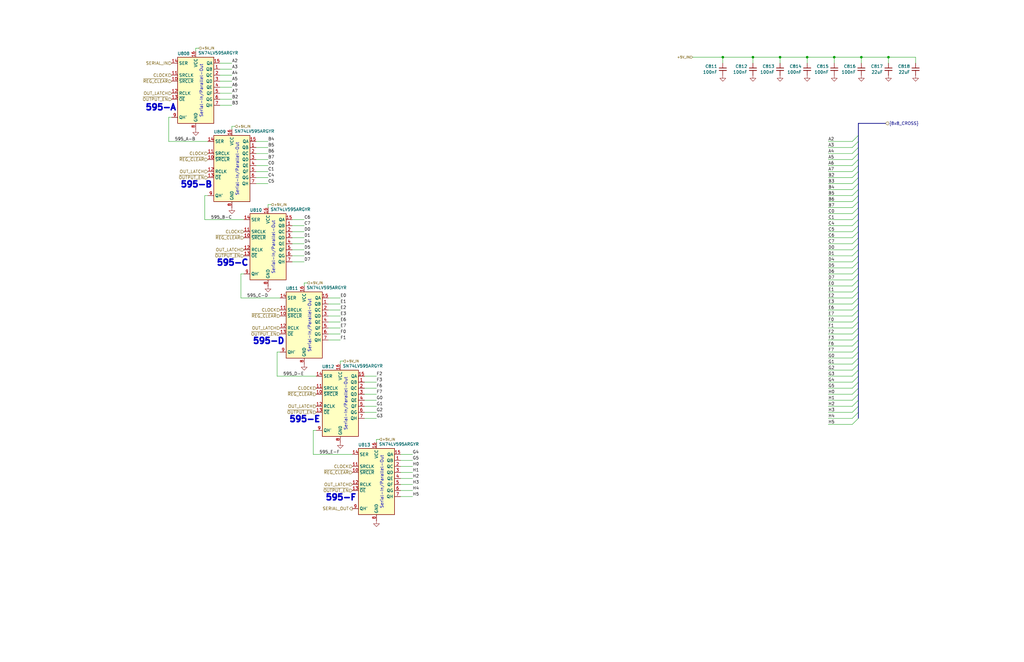
<source format=kicad_sch>
(kicad_sch (version 20250114) (generator "eeschema") (generator_version "9.0")
  (paper "B")
  (lib_symbols
    (symbol "74HC595_1"
      (property "Reference" "U110" (at -1.27 16.51 0))
      (property "Value" "SN74LV595ARGYR" (at -1.27 14.0857 0))
      (symbol "74HC595_1_1_0"
        (pin input line (at -10.16 10.16 0) (length 2.54) (name "SER") (number "14"))
        (pin input line (at -10.16 5.08 0) (length 2.54) (name "SRCLK") (number "11"))
        (pin input line (at -10.16 2.54 0) (length 2.54) (name "~{SRCLR}") (number "10"))
        (pin input line (at -10.16 -2.54 0) (length 2.54) (name "RCLK") (number "12"))
        (pin input line (at -10.16 -5.08 0) (length 2.54) (name "~{OE}") (number "13"))
        (pin output line (at -10.16 -12.7 0) (length 2.54) (name "QH'") (number "9"))
        (pin power_in line (at 0 15.24 270) (length 2.54) (name "VCC") (number "16"))
        (pin power_in line (at 0 -17.78 90) (length 2.54) (name "GND") (number "8"))
        (pin tri_state line (at 10.16 10.16 180) (length 2.54) (name "QA") (number "15"))
        (pin tri_state line (at 10.16 7.62 180) (length 2.54) (name "QB") (number "1"))
        (pin tri_state line (at 10.16 5.08 180) (length 2.54) (name "QC") (number "2"))
        (pin tri_state line (at 10.16 2.54 180) (length 2.54) (name "QD") (number "3"))
        (pin tri_state line (at 10.16 0 180) (length 2.54) (name "QE") (number "4"))
        (pin tri_state line (at 10.16 -2.54 180) (length 2.54) (name "QF") (number "5"))
        (pin tri_state line (at 10.16 -5.08 180) (length 2.54) (name "QG") (number "6"))
        (pin tri_state line (at 10.16 -7.62 180) (length 2.54) (name "QH") (number "7"))
      )
      (symbol "74HC595_1_1_1"
        (rectangle (start -7.62 12.7) (end 7.62 -15.24) (stroke (width 0.254)) (fill (type background)))
      )
    )
    (symbol "Device:C_Small" (pin_numbers (hide yes)) (pin_names (offset 0.254) (hide yes))
      (property "Reference" "C" (at 0.254 1.778 0))
      (property "Value" "C_Small" (at 0.254 -2.032 0))
      (symbol "C_Small_0_1"
        (polyline (pts (xy -1.524 0.508) (xy 1.524 0.508)) (stroke (width 0.3048)))
        (polyline (pts (xy -1.524 -0.508) (xy 1.524 -0.508)) (stroke (width 0.3302)))
      )
      (symbol "C_Small_1_1"
        (pin passive line (at 0 2.54 270) (length 2.032) (name "~") (number "1"))
        (pin passive line (at 0 -2.54 90) (length 2.032) (name "~") (number "2"))
      )
    )
    (symbol "power:GND" (power) (pin_numbers (hide yes)) (pin_names (offset 0) (hide yes))
      (property "Value" "GND" (at 0 -3.81 0))
      (symbol "GND_0_1"
        (polyline (pts (xy 0 0) (xy 0 -1.27) (xy 1.27 -1.27) (xy 0 -2.54) (xy -1.27 -1.27) (xy 0 -1.27)))
      )
      (symbol "GND_1_1"
        (pin power_in line (at 0 0 270) (length 0) (name "~") (number "1"))
      )
    )
  )
  (text "Serial-In/Parallel-Out" (at 84.9383 38.354 90) (effects (font (size 1.27 1.27))))
  (text "Serial-In/Parallel-Out" (at 161.036 203.454 90) (effects (font (size 1.27 1.27))))
  (text "595-F" (at 143.764 210.058 0) (effects (font (size 2.54 2.54) (thickness 1.016) (bold yes))))
  (text "Serial-In/Parallel-Out" (at 115.316 104.394 90) (effects (font (size 1.27 1.27))))
  (text "595-B" (at 82.804 77.978 0) (effects (font (size 2.54 2.54) (thickness 1.016) (bold yes))))
  (text "595-C" (at 98.044 110.998 0) (effects (font (size 2.54 2.54) (thickness 1.016) (bold yes))))
  (text "Serial-In/Parallel-Out" (at 130.556 137.414 90) (effects (font (size 1.27 1.27))))
  (text "595-D" (at 113.284 144.018 0) (effects (font (size 2.54 2.54) (thickness 1.016) (bold yes))))
  (text "595-A" (at 67.818 45.466 0) (effects (font (size 2.54 2.54) (thickness 1.016) (bold yes))))
  (text "595-E" (at 128.524 177.038 0) (effects (font (size 2.54 2.54) (thickness 1.016) (bold yes))))
  (text "Serial-In/Parallel-Out" (at 145.796 170.434 90) (effects (font (size 1.27 1.27))))
  (text "Serial-In/Parallel-Out" (at 100.076 71.374 90) (effects (font (size 1.27 1.27))))
  (junction (at 363.22 24.13))
  (junction (at 374.65 24.13))
  (junction (at 304.8 24.13))
  (junction (at 351.79 24.13))
  (junction (at 328.93 24.13))
  (junction (at 340.36 24.13))
  (junction (at 317.5 24.13))
  (bus_entry (at 361.95 90.17) (size -2.54 2.54))
  (bus_entry (at 361.95 143.51) (size -2.54 2.54))
  (bus_entry (at 361.95 80.01) (size -2.54 2.54))
  (bus_entry (at 361.95 146.05) (size -2.54 2.54))
  (bus_entry (at 361.95 163.83) (size -2.54 2.54))
  (bus_entry (at 361.95 161.29) (size -2.54 2.54))
  (bus_entry (at 361.95 138.43) (size -2.54 2.54))
  (bus_entry (at 361.95 166.37) (size -2.54 2.54))
  (bus_entry (at 361.95 95.25) (size -2.54 2.54))
  (bus_entry (at 361.95 69.85) (size -2.54 2.54))
  (bus_entry (at 361.95 59.69) (size -2.54 2.54))
  (bus_entry (at 361.95 133.35) (size -2.54 2.54))
  (bus_entry (at 361.95 113.03) (size -2.54 2.54))
  (bus_entry (at 361.95 72.39) (size -2.54 2.54))
  (bus_entry (at 361.95 168.91) (size -2.54 2.54))
  (bus_entry (at 361.95 120.65) (size -2.54 2.54))
  (bus_entry (at 361.95 77.47) (size -2.54 2.54))
  (bus_entry (at 361.95 176.53) (size -2.54 2.54))
  (bus_entry (at 361.95 123.19) (size -2.54 2.54))
  (bus_entry (at 361.95 130.81) (size -2.54 2.54))
  (bus_entry (at 361.95 97.79) (size -2.54 2.54))
  (bus_entry (at 361.95 148.59) (size -2.54 2.54))
  (bus_entry (at 361.95 74.93) (size -2.54 2.54))
  (bus_entry (at 361.95 158.75) (size -2.54 2.54))
  (bus_entry (at 361.95 115.57) (size -2.54 2.54))
  (bus_entry (at 361.95 87.63) (size -2.54 2.54))
  (bus_entry (at 361.95 135.89) (size -2.54 2.54))
  (bus_entry (at 361.95 92.71) (size -2.54 2.54))
  (bus_entry (at 361.95 57.15) (size -2.54 2.54))
  (bus_entry (at 361.95 110.49) (size -2.54 2.54))
  (bus_entry (at 361.95 100.33) (size -2.54 2.54))
  (bus_entry (at 361.95 156.21) (size -2.54 2.54))
  (bus_entry (at 361.95 125.73) (size -2.54 2.54))
  (bus_entry (at 361.95 102.87) (size -2.54 2.54))
  (bus_entry (at 361.95 128.27) (size -2.54 2.54))
  (bus_entry (at 361.95 82.55) (size -2.54 2.54))
  (bus_entry (at 361.95 118.11) (size -2.54 2.54))
  (bus_entry (at 361.95 107.95) (size -2.54 2.54))
  (bus_entry (at 361.95 153.67) (size -2.54 2.54))
  (bus_entry (at 361.95 85.09) (size -2.54 2.54))
  (bus_entry (at 361.95 62.23) (size -2.54 2.54))
  (bus_entry (at 361.95 105.41) (size -2.54 2.54))
  (bus_entry (at 361.95 64.77) (size -2.54 2.54))
  (bus_entry (at 361.95 151.13) (size -2.54 2.54))
  (bus_entry (at 361.95 67.31) (size -2.54 2.54))
  (bus_entry (at 361.95 171.45) (size -2.54 2.54))
  (bus_entry (at 361.95 173.99) (size -2.54 2.54))
  (bus_entry (at 361.95 140.97) (size -2.54 2.54))
  (bus (pts (xy 361.95 158.75) (xy 361.95 161.29)))
  (wire (pts (xy 82.55 20.32) (xy 82.55 21.59)))
  (bus (pts (xy 361.95 74.93) (xy 361.95 77.47)))
  (wire (pts (xy 349.25 148.59) (xy 359.41 148.59)))
  (wire (pts (xy 113.03 86.36) (xy 113.03 87.63)))
  (wire (pts (xy 143.51 143.51) (xy 138.43 143.51)))
  (wire (pts (xy 349.25 105.41) (xy 359.41 105.41)))
  (wire (pts (xy 113.03 59.69) (xy 107.95 59.69)))
  (wire (pts (xy 128.27 110.49) (xy 123.19 110.49)))
  (wire (pts (xy 128.27 95.25) (xy 123.19 95.25)))
  (wire (pts (xy 349.25 80.01) (xy 359.41 80.01)))
  (bus (pts (xy 361.95 64.77) (xy 361.95 67.31)))
  (bus (pts (xy 361.95 140.97) (xy 361.95 143.51)))
  (wire (pts (xy 349.25 69.85) (xy 359.41 69.85)))
  (wire (pts (xy 349.25 146.05) (xy 359.41 146.05)))
  (wire (pts (xy 143.51 125.73) (xy 138.43 125.73)))
  (wire (pts (xy 349.25 92.71) (xy 359.41 92.71)))
  (wire (pts (xy 349.25 85.09) (xy 359.41 85.09)))
  (wire (pts (xy 143.51 135.89) (xy 138.43 135.89)))
  (wire (pts (xy 349.25 128.27) (xy 359.41 128.27)))
  (wire (pts (xy 349.25 62.23) (xy 359.41 62.23)))
  (wire (pts (xy 304.8 24.13) (xy 317.5 24.13)))
  (wire (pts (xy 97.79 36.83) (xy 92.71 36.83)))
  (wire (pts (xy 349.25 130.81) (xy 359.41 130.81)))
  (wire (pts (xy 340.36 26.67) (xy 340.36 24.13)))
  (wire (pts (xy 328.93 24.13) (xy 340.36 24.13)))
  (wire (pts (xy 349.25 77.47) (xy 359.41 77.47)))
  (wire (pts (xy 114.3 86.36) (xy 113.03 86.36)))
  (bus (pts (xy 361.95 115.57) (xy 361.95 118.11)))
  (wire (pts (xy 97.79 44.45) (xy 92.71 44.45)))
  (bus (pts (xy 361.95 90.17) (xy 361.95 92.71)))
  (wire (pts (xy 128.27 105.41) (xy 123.19 105.41)))
  (wire (pts (xy 317.5 24.13) (xy 317.5 26.67)))
  (wire (pts (xy 349.25 95.25) (xy 359.41 95.25)))
  (bus (pts (xy 361.95 102.87) (xy 361.95 105.41)))
  (bus (pts (xy 361.95 69.85) (xy 361.95 72.39)))
  (wire (pts (xy 349.25 176.53) (xy 359.41 176.53)))
  (bus (pts (xy 361.95 95.25) (xy 361.95 97.79)))
  (wire (pts (xy 144.78 152.4) (xy 143.51 152.4)))
  (wire (pts (xy 82.55 20.32) (xy 83.82 20.32)))
  (wire (pts (xy 101.6 115.57) (xy 102.87 115.57)))
  (wire (pts (xy 158.75 168.91) (xy 153.67 168.91)))
  (bus (pts (xy 361.95 59.69) (xy 361.95 62.23)))
  (wire (pts (xy 349.25 143.51) (xy 359.41 143.51)))
  (wire (pts (xy 349.25 158.75) (xy 359.41 158.75)))
  (wire (pts (xy 173.99 209.55) (xy 168.91 209.55)))
  (bus (pts (xy 361.95 163.83) (xy 361.95 166.37)))
  (wire (pts (xy 349.25 135.89) (xy 359.41 135.89)))
  (wire (pts (xy 158.75 171.45) (xy 153.67 171.45)))
  (wire (pts (xy 349.25 100.33) (xy 359.41 100.33)))
  (bus (pts (xy 361.95 133.35) (xy 361.95 135.89)))
  (wire (pts (xy 173.99 207.01) (xy 168.91 207.01)))
  (bus (pts (xy 361.95 67.31) (xy 361.95 69.85)))
  (wire (pts (xy 351.79 24.13) (xy 351.79 26.67)))
  (wire (pts (xy 113.03 67.31) (xy 107.95 67.31)))
  (wire (pts (xy 363.22 24.13) (xy 363.22 26.67)))
  (wire (pts (xy 128.27 119.38) (xy 128.27 120.65)))
  (wire (pts (xy 97.79 31.75) (xy 92.71 31.75)))
  (bus (pts (xy 361.95 123.19) (xy 361.95 125.73)))
  (wire (pts (xy 173.99 194.31) (xy 168.91 194.31)))
  (wire (pts (xy 116.84 148.59) (xy 118.11 148.59)))
  (bus (pts (xy 361.95 153.67) (xy 361.95 156.21)))
  (bus (pts (xy 361.95 171.45) (xy 361.95 173.99)))
  (wire (pts (xy 349.25 118.11) (xy 359.41 118.11)))
  (wire (pts (xy 349.25 161.29) (xy 359.41 161.29)))
  (wire (pts (xy 349.25 163.83) (xy 359.41 163.83)))
  (wire (pts (xy 158.75 163.83) (xy 153.67 163.83)))
  (wire (pts (xy 363.22 24.13) (xy 374.65 24.13)))
  (wire (pts (xy 118.11 125.73) (xy 101.6 125.73)))
  (wire (pts (xy 133.35 158.75) (xy 116.84 158.75)))
  (wire (pts (xy 349.25 173.99) (xy 359.41 173.99)))
  (wire (pts (xy 132.08 181.61) (xy 133.35 181.61)))
  (wire (pts (xy 116.84 158.75) (xy 116.84 148.59)))
  (wire (pts (xy 374.65 24.13) (xy 374.65 26.67)))
  (bus (pts (xy 361.95 52.07) (xy 373.38 52.07)))
  (bus (pts (xy 361.95 62.23) (xy 361.95 64.77)))
  (wire (pts (xy 113.03 69.85) (xy 107.95 69.85)))
  (wire (pts (xy 113.03 72.39) (xy 107.95 72.39)))
  (wire (pts (xy 349.25 59.69) (xy 359.41 59.69)))
  (bus (pts (xy 361.95 143.51) (xy 361.95 146.05)))
  (wire (pts (xy 340.36 24.13) (xy 351.79 24.13)))
  (wire (pts (xy 349.25 120.65) (xy 359.41 120.65)))
  (wire (pts (xy 158.75 161.29) (xy 153.67 161.29)))
  (bus (pts (xy 361.95 138.43) (xy 361.95 140.97)))
  (wire (pts (xy 328.93 24.13) (xy 328.93 26.67)))
  (wire (pts (xy 97.79 26.67) (xy 92.71 26.67)))
  (bus (pts (xy 361.95 57.15) (xy 361.95 59.69)))
  (bus (pts (xy 361.95 146.05) (xy 361.95 148.59)))
  (wire (pts (xy 143.51 140.97) (xy 138.43 140.97)))
  (wire (pts (xy 143.51 138.43) (xy 138.43 138.43)))
  (wire (pts (xy 143.51 133.35) (xy 138.43 133.35)))
  (bus (pts (xy 361.95 173.99) (xy 361.95 176.53)))
  (wire (pts (xy 349.25 140.97) (xy 359.41 140.97)))
  (wire (pts (xy 128.27 97.79) (xy 123.19 97.79)))
  (wire (pts (xy 128.27 92.71) (xy 123.19 92.71)))
  (wire (pts (xy 351.79 24.13) (xy 363.22 24.13)))
  (wire (pts (xy 349.25 133.35) (xy 359.41 133.35)))
  (wire (pts (xy 143.51 128.27) (xy 138.43 128.27)))
  (bus (pts (xy 361.95 125.73) (xy 361.95 128.27)))
  (wire (pts (xy 349.25 90.17) (xy 359.41 90.17)))
  (wire (pts (xy 349.25 97.79) (xy 359.41 97.79)))
  (wire (pts (xy 101.6 125.73) (xy 101.6 115.57)))
  (wire (pts (xy 128.27 102.87) (xy 123.19 102.87)))
  (wire (pts (xy 317.5 24.13) (xy 328.93 24.13)))
  (wire (pts (xy 173.99 191.77) (xy 168.91 191.77)))
  (wire (pts (xy 158.75 158.75) (xy 153.67 158.75)))
  (wire (pts (xy 87.63 59.69) (xy 71.12 59.69)))
  (bus (pts (xy 361.95 105.41) (xy 361.95 107.95)))
  (wire (pts (xy 349.25 151.13) (xy 359.41 151.13)))
  (bus (pts (xy 361.95 118.11) (xy 361.95 120.65)))
  (wire (pts (xy 349.25 113.03) (xy 359.41 113.03)))
  (wire (pts (xy 349.25 179.07) (xy 359.41 179.07)))
  (wire (pts (xy 102.87 92.71) (xy 86.36 92.71)))
  (wire (pts (xy 71.12 59.69) (xy 71.12 49.53)))
  (wire (pts (xy 97.79 39.37) (xy 92.71 39.37)))
  (bus (pts (xy 361.95 107.95) (xy 361.95 110.49)))
  (wire (pts (xy 173.99 199.39) (xy 168.91 199.39)))
  (wire (pts (xy 143.51 152.4) (xy 143.51 153.67)))
  (wire (pts (xy 173.99 196.85) (xy 168.91 196.85)))
  (wire (pts (xy 132.08 191.77) (xy 132.08 181.61)))
  (bus (pts (xy 361.95 135.89) (xy 361.95 138.43)))
  (bus (pts (xy 361.95 100.33) (xy 361.95 102.87)))
  (wire (pts (xy 99.06 53.34) (xy 97.79 53.34)))
  (wire (pts (xy 113.03 74.93) (xy 107.95 74.93)))
  (bus (pts (xy 361.95 156.21) (xy 361.95 158.75)))
  (wire (pts (xy 349.25 115.57) (xy 359.41 115.57)))
  (wire (pts (xy 374.65 24.13) (xy 386.08 24.13)))
  (wire (pts (xy 160.02 185.42) (xy 158.75 185.42)))
  (wire (pts (xy 158.75 176.53) (xy 153.67 176.53)))
  (wire (pts (xy 148.59 191.77) (xy 132.08 191.77)))
  (bus (pts (xy 361.95 97.79) (xy 361.95 100.33)))
  (wire (pts (xy 349.25 102.87) (xy 359.41 102.87)))
  (bus (pts (xy 361.95 57.15) (xy 361.95 52.07)))
  (wire (pts (xy 158.75 185.42) (xy 158.75 186.69)))
  (bus (pts (xy 361.95 72.39) (xy 361.95 74.93)))
  (wire (pts (xy 349.25 153.67) (xy 359.41 153.67)))
  (wire (pts (xy 349.25 67.31) (xy 359.41 67.31)))
  (wire (pts (xy 349.25 107.95) (xy 359.41 107.95)))
  (wire (pts (xy 304.8 26.67) (xy 304.8 24.13)))
  (wire (pts (xy 129.54 119.38) (xy 128.27 119.38)))
  (wire (pts (xy 143.51 130.81) (xy 138.43 130.81)))
  (wire (pts (xy 349.25 74.93) (xy 359.41 74.93)))
  (bus (pts (xy 361.95 82.55) (xy 361.95 85.09)))
  (bus (pts (xy 361.95 110.49) (xy 361.95 113.03)))
  (wire (pts (xy 128.27 100.33) (xy 123.19 100.33)))
  (wire (pts (xy 97.79 53.34) (xy 97.79 54.61)))
  (bus (pts (xy 361.95 151.13) (xy 361.95 153.67)))
  (wire (pts (xy 349.25 87.63) (xy 359.41 87.63)))
  (wire (pts (xy 349.25 82.55) (xy 359.41 82.55)))
  (bus (pts (xy 361.95 113.03) (xy 361.95 115.57)))
  (wire (pts (xy 158.75 173.99) (xy 153.67 173.99)))
  (wire (pts (xy 86.36 92.71) (xy 86.36 82.55)))
  (wire (pts (xy 71.12 49.53) (xy 72.39 49.53)))
  (wire (pts (xy 349.25 138.43) (xy 359.41 138.43)))
  (wire (pts (xy 349.25 166.37) (xy 359.41 166.37)))
  (wire (pts (xy 97.79 29.21) (xy 92.71 29.21)))
  (wire (pts (xy 97.79 34.29) (xy 92.71 34.29)))
  (wire (pts (xy 292.1 24.13) (xy 304.8 24.13)))
  (bus (pts (xy 361.95 77.47) (xy 361.95 80.01)))
  (bus (pts (xy 361.95 161.29) (xy 361.95 163.83)))
  (wire (pts (xy 349.25 110.49) (xy 359.41 110.49)))
  (bus (pts (xy 361.95 168.91) (xy 361.95 171.45)))
  (wire (pts (xy 349.25 171.45) (xy 359.41 171.45)))
  (wire (pts (xy 128.27 107.95) (xy 123.19 107.95)))
  (wire (pts (xy 349.25 64.77) (xy 359.41 64.77)))
  (bus (pts (xy 361.95 92.71) (xy 361.95 95.25)))
  (bus (pts (xy 361.95 130.81) (xy 361.95 133.35)))
  (wire (pts (xy 173.99 201.93) (xy 168.91 201.93)))
  (wire (pts (xy 349.25 156.21) (xy 359.41 156.21)))
  (wire (pts (xy 97.79 41.91) (xy 92.71 41.91)))
  (bus (pts (xy 361.95 85.09) (xy 361.95 87.63)))
  (bus (pts (xy 361.95 148.59) (xy 361.95 151.13)))
  (wire (pts (xy 113.03 77.47) (xy 107.95 77.47)))
  (wire (pts (xy 158.75 166.37) (xy 153.67 166.37)))
  (wire (pts (xy 173.99 204.47) (xy 168.91 204.47)))
  (bus (pts (xy 361.95 120.65) (xy 361.95 123.19)))
  (wire (pts (xy 349.25 168.91) (xy 359.41 168.91)))
  (wire (pts (xy 349.25 125.73) (xy 359.41 125.73)))
  (wire (pts (xy 113.03 64.77) (xy 107.95 64.77)))
  (bus (pts (xy 361.95 128.27) (xy 361.95 130.81)))
  (wire (pts (xy 113.03 62.23) (xy 107.95 62.23)))
  (wire (pts (xy 349.25 123.19) (xy 359.41 123.19)))
  (bus (pts (xy 361.95 166.37) (xy 361.95 168.91)))
  (bus (pts (xy 361.95 80.01) (xy 361.95 82.55)))
  (wire (pts (xy 86.36 82.55) (xy 87.63 82.55)))
  (bus (pts (xy 361.95 87.63) (xy 361.95 90.17)))
  (wire (pts (xy 386.08 24.13) (xy 386.08 26.67)))
  (wire (pts (xy 349.25 72.39) (xy 359.41 72.39)))
  (label "H1" (at 349.25 168.91 0))
  (label "H1" (at 173.99 199.39 0))
  (label "B2" (at 349.25 74.93 0))
  (label "E6" (at 349.25 130.81 0))
  (label "E7" (at 349.25 133.35 0))
  (label "E1" (at 349.25 123.19 0))
  (label "G5" (at 349.25 163.83 0))
  (label "F6" (at 158.75 163.83 0))
  (label "B5" (at 349.25 82.55 0))
  (label "F3" (at 349.25 143.51 0))
  (label "G3" (at 349.25 158.75 0))
  (label "G0" (at 158.75 168.91 0))
  (label "D0" (at 349.25 105.41 0))
  (label "E2" (at 349.25 125.73 0))
  (label "C0" (at 113.03 69.85 0))
  (label "C7" (at 128.27 95.25 0))
  (label "H0" (at 349.25 166.37 0))
  (label "E3" (at 349.25 128.27 0))
  (label "G2" (at 158.75 173.99 0))
  (label "F7" (at 349.25 148.59 0))
  (label "C6" (at 128.27 92.71 0))
  (label "F1" (at 143.51 143.51 0))
  (label "H5" (at 349.25 179.07 0))
  (label "A6" (at 97.79 36.83 0))
  (label "595_B-C" (at 88.9 92.71 0))
  (label "F1" (at 349.25 138.43 0))
  (label "B4" (at 349.25 80.01 0))
  (label "G3" (at 158.75 176.53 0))
  (label "A5" (at 97.79 34.29 0))
  (label "D7" (at 128.27 110.49 0))
  (label "B3" (at 349.25 77.47 0))
  (label "A2" (at 349.25 59.69 0))
  (label "G5" (at 173.99 194.31 0))
  (label "C1" (at 349.25 92.71 0))
  (label "D6" (at 128.27 107.95 0))
  (label "G4" (at 173.99 191.77 0))
  (label "C5" (at 113.03 77.47 0))
  (label "C5" (at 349.25 97.79 0))
  (label "F3" (at 158.75 161.29 0))
  (label "D1" (at 349.25 107.95 0))
  (label "E0" (at 349.25 120.65 0))
  (label "B3" (at 97.79 44.45 0))
  (label "A2" (at 97.79 26.67 0))
  (label "D4" (at 128.27 102.87 0))
  (label "F7" (at 158.75 166.37 0))
  (label "595_E-F" (at 134.62 191.77 0))
  (label "595_A-B" (at 73.66 59.69 0))
  (label "H5" (at 173.99 209.55 0))
  (label "D0" (at 128.27 97.79 0))
  (label "G2" (at 349.25 156.21 0))
  (label "H4" (at 173.99 207.01 0))
  (label "C6" (at 349.25 100.33 0))
  (label "F6" (at 349.25 146.05 0))
  (label "E3" (at 143.51 133.35 0))
  (label "D7" (at 349.25 118.11 0))
  (label "B7" (at 113.03 67.31 0))
  (label "F0" (at 143.51 140.97 0))
  (label "C7" (at 349.25 102.87 0))
  (label "A7" (at 349.25 72.39 0))
  (label "B6" (at 349.25 85.09 0))
  (label "H0" (at 173.99 196.85 0))
  (label "G4" (at 349.25 161.29 0))
  (label "D5" (at 349.25 113.03 0))
  (label "G1" (at 349.25 153.67 0))
  (label "H2" (at 173.99 201.93 0))
  (label "H4" (at 349.25 176.53 0))
  (label "F0" (at 349.25 135.89 0))
  (label "C0" (at 349.25 90.17 0))
  (label "H3" (at 173.99 204.47 0))
  (label "G0" (at 349.25 151.13 0))
  (label "G1" (at 158.75 171.45 0))
  (label "A4" (at 97.79 31.75 0))
  (label "B4" (at 113.03 59.69 0))
  (label "C4" (at 113.03 74.93 0))
  (label "C1" (at 113.03 72.39 0))
  (label "595_C-D" (at 104.14 125.73 0))
  (label "A4" (at 349.25 64.77 0))
  (label "E1" (at 143.51 128.27 0))
  (label "A6" (at 349.25 69.85 0))
  (label "595_D-E" (at 119.38 158.75 0))
  (label "C4" (at 349.25 95.25 0))
  (label "B2" (at 97.79 41.91 0))
  (label "E7" (at 143.51 138.43 0))
  (label "D4" (at 349.25 110.49 0))
  (label "B6" (at 113.03 64.77 0))
  (label "E6" (at 143.51 135.89 0))
  (label "H2" (at 349.25 171.45 0))
  (label "D6" (at 349.25 115.57 0))
  (label "F2" (at 158.75 158.75 0))
  (label "B7" (at 349.25 87.63 0))
  (label "A3" (at 349.25 62.23 0))
  (label "H3" (at 349.25 173.99 0))
  (label "A5" (at 349.25 67.31 0))
  (label "D1" (at 128.27 100.33 0))
  (label "A3" (at 97.79 29.21 0))
  (label "F2" (at 349.25 140.97 0))
  (label "D5" (at 128.27 105.41 0))
  (label "E0" (at 143.51 125.73 0))
  (label "B5" (at 113.03 62.23 0))
  (label "A7" (at 97.79 39.37 0))
  (label "E2" (at 143.51 130.81 0))
  (hierarchical_label "+5V_IN" (shape input) (at 160.02 185.42 0) (effects (font (size 1 1))))
  (hierarchical_label "SERIAL_OUT" (shape output) (at 148.59 214.63 180))
  (hierarchical_label "~{REG_CLEAR}" (shape input) (at 102.87 100.33 180))
  (hierarchical_label "OUT_LATCH" (shape input) (at 148.59 204.47 180))
  (hierarchical_label "OUT_LATCH" (shape input) (at 102.87 105.41 180))
  (hierarchical_label "+5V_IN" (shape input) (at 114.3 86.36 0) (effects (font (size 1 1))))
  (hierarchical_label "~{REG_CLEAR}" (shape input) (at 148.59 199.39 180))
  (hierarchical_label "~{OUTPUT_EN}" (shape input) (at 87.63 74.93 180))
  (hierarchical_label "OUT_LATCH" (shape input) (at 87.63 72.39 180))
  (hierarchical_label "~{OUTPUT_EN}" (shape input) (at 72.39 41.91 180))
  (hierarchical_label "~{OUTPUT_EN}" (shape input) (at 102.87 107.95 180))
  (hierarchical_label "CLOCK" (shape input) (at 87.63 64.77 180))
  (hierarchical_label "OUT_LATCH" (shape input) (at 133.35 171.45 180))
  (hierarchical_label "SERIAL_IN" (shape input) (at 72.39 26.67 180))
  (hierarchical_label "~{REG_CLEAR}" (shape input) (at 72.39 34.29 180))
  (hierarchical_label "+5V_IN" (shape input) (at 144.78 152.4 0) (effects (font (size 1 1))))
  (hierarchical_label "~{REG_CLEAR}" (shape input) (at 118.11 133.35 180))
  (hierarchical_label "CLOCK" (shape input) (at 118.11 130.81 180))
  (hierarchical_label "CLOCK" (shape input) (at 148.59 196.85 180))
  (hierarchical_label "CLOCK" (shape input) (at 133.35 163.83 180))
  (hierarchical_label "CLOCK" (shape input) (at 102.87 97.79 180))
  (hierarchical_label "~{OUTPUT_EN}" (shape input) (at 133.35 173.99 180))
  (hierarchical_label "CLOCK" (shape input) (at 72.39 31.75 180))
  (hierarchical_label "+5V_IN" (shape input) (at 99.06 53.34 0) (effects (font (size 1 1))))
  (hierarchical_label "+5V_IN" (shape input) (at 292.1 24.13 180) (effects (font (size 1 1))))
  (hierarchical_label "+5V_IN" (shape input) (at 129.54 119.38 0) (effects (font (size 1 1))))
  (hierarchical_label "~{OUTPUT_EN}" (shape input) (at 118.11 140.97 180))
  (hierarchical_label "~{OUTPUT_EN}" (shape input) (at 148.59 207.01 180))
  (hierarchical_label "{8x8_CROSS}" (shape input) (at 373.38 52.07 0))
  (hierarchical_label "+5V_IN" (shape input) (at 83.82 20.32 0) (effects (font (size 1 1))))
  (hierarchical_label "OUT_LATCH" (shape input) (at 72.39 39.37 180))
  (hierarchical_label "~{REG_CLEAR}" (shape input) (at 133.35 166.37 180))
  (hierarchical_label "OUT_LATCH" (shape input) (at 118.11 138.43 180))
  (hierarchical_label "~{REG_CLEAR}" (shape input) (at 87.63 67.31 180))
  (symbol (lib_id "Device:C_Small") (at 386.08 29.21 0) (unit 1)
    (property "Reference" "C818" (at 383.7559 28.0041 0) (effects (justify right)))
    (property "Value" "22uF" (at 383.7559 30.4284 0) (effects (justify right)))
    (property "Footprint" "Capacitor_SMD:C_0603_1608Metric" (effects (hide yes)))
    (property "Description" "Unpolarized capacitor, small symbol" (effects (hide yes)))
  )
  (symbol (lib_id "Device:C_Small") (at 351.79 29.21 0) (mirror y) (unit 1)
    (property "Reference" "C815" (at 349.4659 28.0041 0) (effects (justify left)))
    (property "Value" "100nF" (at 349.4659 30.4284 0) (effects (justify left)))
    (property "Footprint" "Capacitor_SMD:C_0402_1005Metric" (effects (hide yes)))
    (property "Description" "Unpolarized capacitor, small symbol" (effects (hide yes)))
  )
  (symbol (lib_name "74HC595_1") (lib_id "74xx:74HC595") (at 128.27 135.89 0) (unit 1)
    (property "Reference" "U811" (at 125.73 121.666 0) (effects (justify right)))
    (property "Value" "SN74LV595ARGYR" (at 129.286 121.412 0) (effects (justify left)))
    (property "Footprint" "Libraries:RGY16_2P55X2P05" (effects (hide yes)))
    (property "Datasheet" "https://www.ti.com/lit/ds/symlink/sn74hc595.pdf" (effects (hide yes)))
    (property "Description" "8-bit serial in/out Shift Register 3-State Outputs" (effects (hide yes)))
    (property "DigiKey" "https://www.digikey.com/en/products/detail/texas-instruments/SN74LV595ARGYR/521526" (effects (hide yes)))
  )
  (symbol (lib_id "power:GND") (at 328.93 31.75 0) (mirror y) (unit 1)
    (property "Reference" "#PWR0827" (effects (hide yes)))
    (property "Value" "GND" (effects (hide yes)))
    (property "Description" "Power symbol creates a global label with name \"GND\" , ground" (effects (hide yes)))
  )
  (symbol (lib_id "power:GND") (at 113.03 120.65 0) (unit 1)
    (property "Reference" "#PWR0819" (effects (hide yes)))
    (property "Value" "GND" (effects (hide yes)))
    (property "Description" "Power symbol creates a global label with name \"GND\" , ground" (effects (hide yes)))
  )
  (symbol (lib_id "power:GND") (at 82.55 54.61 0) (unit 1)
    (property "Reference" "#PWR0817" (effects (hide yes)))
    (property "Value" "GND" (effects (hide yes)))
    (property "Description" "Power symbol creates a global label with name \"GND\" , ground" (effects (hide yes)))
  )
  (symbol (lib_id "power:GND") (at 143.51 186.69 0) (unit 1)
    (property "Reference" "#PWR0821" (effects (hide yes)))
    (property "Value" "GND" (effects (hide yes)))
    (property "Description" "Power symbol creates a global label with name \"GND\" , ground" (effects (hide yes)))
  )
  (symbol (lib_id "power:GND") (at 386.08 31.75 0) (unit 1)
    (property "Reference" "#PWR0832" (effects (hide yes)))
    (property "Value" "GND" (effects (hide yes)))
    (property "Description" "Power symbol creates a global label with name \"GND\" , ground" (effects (hide yes)))
  )
  (symbol (lib_id "Device:C_Small") (at 328.93 29.21 0) (mirror y) (unit 1)
    (property "Reference" "C813" (at 326.6059 28.0041 0) (effects (justify left)))
    (property "Value" "100nF" (at 326.6059 30.4284 0) (effects (justify left)))
    (property "Footprint" "Capacitor_SMD:C_0402_1005Metric" (effects (hide yes)))
    (property "Description" "Unpolarized capacitor, small symbol" (effects (hide yes)))
  )
  (symbol (lib_id "power:GND") (at 317.5 31.75 0) (mirror y) (unit 1)
    (property "Reference" "#PWR0826" (effects (hide yes)))
    (property "Value" "GND" (effects (hide yes)))
    (property "Description" "Power symbol creates a global label with name \"GND\" , ground" (effects (hide yes)))
  )
  (symbol (lib_id "power:GND") (at 363.22 31.75 0) (mirror y) (unit 1)
    (property "Reference" "#PWR0830" (effects (hide yes)))
    (property "Value" "GND" (effects (hide yes)))
    (property "Description" "Power symbol creates a global label with name \"GND\" , ground" (effects (hide yes)))
  )
  (symbol (lib_id "power:GND") (at 374.65 31.75 0) (unit 1)
    (property "Reference" "#PWR0831" (effects (hide yes)))
    (property "Value" "GND" (effects (hide yes)))
    (property "Description" "Power symbol creates a global label with name \"GND\" , ground" (effects (hide yes)))
  )
  (symbol (lib_id "power:GND") (at 97.79 87.63 0) (unit 1)
    (property "Reference" "#PWR0818" (effects (hide yes)))
    (property "Value" "GND" (effects (hide yes)))
    (property "Description" "Power symbol creates a global label with name \"GND\" , ground" (effects (hide yes)))
  )
  (symbol (lib_id "Device:C_Small") (at 340.36 29.21 0) (mirror y) (unit 1)
    (property "Reference" "C814" (at 338.0359 28.0041 0) (effects (justify left)))
    (property "Value" "100nF" (at 338.0359 30.4284 0) (effects (justify left)))
    (property "Footprint" "Capacitor_SMD:C_0402_1005Metric" (effects (hide yes)))
    (property "Description" "Unpolarized capacitor, small symbol" (effects (hide yes)))
  )
  (symbol (lib_id "power:GND") (at 158.75 219.71 0) (unit 1)
    (property "Reference" "#PWR0822" (effects (hide yes)))
    (property "Value" "GND" (effects (hide yes)))
    (property "Description" "Power symbol creates a global label with name \"GND\" , ground" (effects (hide yes)))
  )
  (symbol (lib_id "Device:C_Small") (at 363.22 29.21 0) (mirror y) (unit 1)
    (property "Reference" "C816" (at 360.8959 28.0041 0) (effects (justify left)))
    (property "Value" "100nF" (at 360.8959 30.4284 0) (effects (justify left)))
    (property "Footprint" "Capacitor_SMD:C_0402_1005Metric" (effects (hide yes)))
    (property "Description" "Unpolarized capacitor, small symbol" (effects (hide yes)))
  )
  (symbol (lib_name "74HC595_1") (lib_id "74xx:74HC595") (at 158.75 201.93 0) (unit 1)
    (property "Reference" "U813" (at 156.21 187.706 0) (effects (justify right)))
    (property "Value" "SN74LV595ARGYR" (at 159.766 187.452 0) (effects (justify left)))
    (property "Footprint" "Libraries:RGY16_2P55X2P05" (effects (hide yes)))
    (property "Datasheet" "https://www.ti.com/lit/ds/symlink/sn74hc595.pdf" (effects (hide yes)))
    (property "Description" "8-bit serial in/out Shift Register 3-State Outputs" (effects (hide yes)))
    (property "DigiKey" "https://www.digikey.com/en/products/detail/texas-instruments/SN74LV595ARGYR/521526" (effects (hide yes)))
  )
  (symbol (lib_name "74HC595_1") (lib_id "74xx:74HC595") (at 97.79 69.85 0) (unit 1)
    (property "Reference" "U809" (at 95.25 55.626 0) (effects (justify right)))
    (property "Value" "SN74LV595ARGYR" (at 98.806 55.372 0) (effects (justify left)))
    (property "Footprint" "Libraries:RGY16_2P55X2P05" (effects (hide yes)))
    (property "Datasheet" "https://www.ti.com/lit/ds/symlink/sn74hc595.pdf" (effects (hide yes)))
    (property "Description" "8-bit serial in/out Shift Register 3-State Outputs" (effects (hide yes)))
    (property "DigiKey" "https://www.digikey.com/en/products/detail/texas-instruments/SN74LV595ARGYR/521526" (effects (hide yes)))
  )
  (symbol (lib_name "74HC595_1") (lib_id "74xx:74HC595") (at 113.03 102.87 0) (unit 1)
    (property "Reference" "U810" (at 110.49 88.646 0) (effects (justify right)))
    (property "Value" "SN74LV595ARGYR" (at 114.046 88.392 0) (effects (justify left)))
    (property "Footprint" "Libraries:RGY16_2P55X2P05" (effects (hide yes)))
    (property "Datasheet" "https://www.ti.com/lit/ds/symlink/sn74hc595.pdf" (effects (hide yes)))
    (property "Description" "8-bit serial in/out Shift Register 3-State Outputs" (effects (hide yes)))
    (property "DigiKey" "https://www.digikey.com/en/products/detail/texas-instruments/SN74LV595ARGYR/521526" (effects (hide yes)))
  )
  (symbol (lib_id "power:GND") (at 304.8 31.75 0) (mirror y) (unit 1)
    (property "Reference" "#PWR0825" (effects (hide yes)))
    (property "Value" "GND" (effects (hide yes)))
    (property "Description" "Power symbol creates a global label with name \"GND\" , ground" (effects (hide yes)))
  )
  (symbol (lib_name "74HC595_1") (lib_id "74xx:74HC595") (at 82.55 36.83 0) (unit 1)
    (property "Reference" "U808" (at 80.01 22.606 0) (effects (justify right)))
    (property "Value" "SN74LV595ARGYR" (at 83.566 22.352 0) (effects (justify left)))
    (property "Footprint" "Libraries:RGY16_2P55X2P05" (effects (hide yes)))
    (property "Datasheet" "https://www.ti.com/lit/ds/symlink/sn74hc595.pdf" (effects (hide yes)))
    (property "Description" "8-bit serial in/out Shift Register 3-State Outputs" (effects (hide yes)))
    (property "DigiKey" "https://www.digikey.com/en/products/detail/texas-instruments/SN74LV595ARGYR/521526" (effects (hide yes)))
  )
  (symbol (lib_id "Device:C_Small") (at 304.8 29.21 0) (mirror y) (unit 1)
    (property "Reference" "C811" (at 302.4759 28.0041 0) (effects (justify left)))
    (property "Value" "100nF" (at 302.4759 30.4284 0) (effects (justify left)))
    (property "Footprint" "Capacitor_SMD:C_0402_1005Metric" (effects (hide yes)))
    (property "Description" "Unpolarized capacitor, small symbol" (effects (hide yes)))
  )
  (symbol (lib_id "power:GND") (at 128.27 153.67 0) (unit 1)
    (property "Reference" "#PWR0820" (effects (hide yes)))
    (property "Value" "GND" (effects (hide yes)))
    (property "Description" "Power symbol creates a global label with name \"GND\" , ground" (effects (hide yes)))
  )
  (symbol (lib_id "power:GND") (at 351.79 31.75 0) (mirror y) (unit 1)
    (property "Reference" "#PWR0829" (effects (hide yes)))
    (property "Value" "GND" (effects (hide yes)))
    (property "Description" "Power symbol creates a global label with name \"GND\" , ground" (effects (hide yes)))
  )
  (symbol (lib_id "power:GND") (at 340.36 31.75 0) (mirror y) (unit 1)
    (property "Reference" "#PWR0828" (effects (hide yes)))
    (property "Value" "GND" (effects (hide yes)))
    (property "Description" "Power symbol creates a global label with name \"GND\" , ground" (effects (hide yes)))
  )
  (symbol (lib_name "74HC595_1") (lib_id "74xx:74HC595") (at 143.51 168.91 0) (unit 1)
    (property "Reference" "U812" (at 140.97 154.686 0) (effects (justify right)))
    (property "Value" "SN74LV595ARGYR" (at 144.526 154.432 0) (effects (justify left)))
    (property "Footprint" "Libraries:RGY16_2P55X2P05" (effects (hide yes)))
    (property "Datasheet" "https://www.ti.com/lit/ds/symlink/sn74hc595.pdf" (effects (hide yes)))
    (property "Description" "8-bit serial in/out Shift Register 3-State Outputs" (effects (hide yes)))
    (property "DigiKey" "https://www.digikey.com/en/products/detail/texas-instruments/SN74LV595ARGYR/521526" (effects (hide yes)))
  )
  (symbol (lib_id "Device:C_Small") (at 317.5 29.21 0) (mirror y) (unit 1)
    (property "Reference" "C812" (at 315.1759 28.0041 0) (effects (justify left)))
    (property "Value" "100nF" (at 315.1759 30.4284 0) (effects (justify left)))
    (property "Footprint" "Capacitor_SMD:C_0402_1005Metric" (effects (hide yes)))
    (property "Description" "Unpolarized capacitor, small symbol" (effects (hide yes)))
  )
  (symbol (lib_id "Device:C_Small") (at 374.65 29.21 0) (unit 1)
    (property "Reference" "C817" (at 372.3259 28.0041 0) (effects (justify right)))
    (property "Value" "22uF" (at 372.3259 30.4284 0) (effects (justify right)))
    (property "Footprint" "Capacitor_SMD:C_0603_1608Metric" (effects (hide yes)))
    (property "Description" "Unpolarized capacitor, small symbol" (effects (hide yes)))
  )
)
</source>
